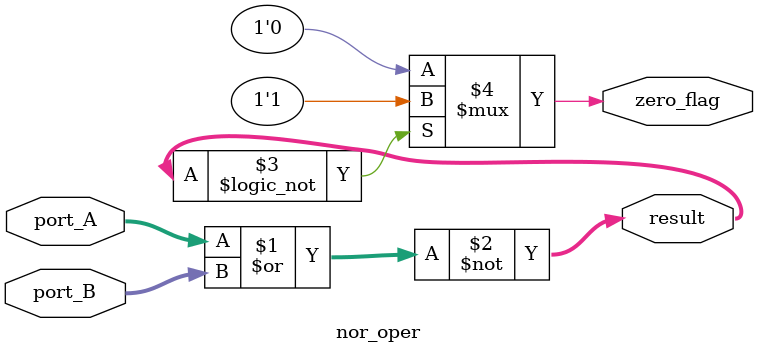
<source format=v>
module nor_oper #(parameter DATA_WIDTH = 8)(
	//input
	input [(DATA_WIDTH-1) : 0] port_A,
	input [(DATA_WIDTH-1) : 0] port_B,
	//output
	output [(DATA_WIDTH-1) : 0] result,
	
	output zero_flag
);

assign result = ~(port_A | port_B);

assign zero_flag = (result==0)? 1'b1 : 1'b0;

endmodule
</source>
